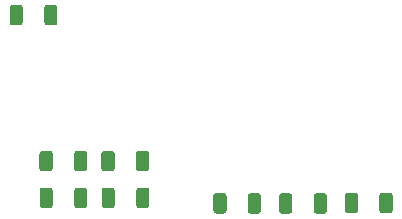
<source format=gbr>
%TF.GenerationSoftware,KiCad,Pcbnew,(5.1.9)-1*%
%TF.CreationDate,2021-06-09T13:11:05-04:00*%
%TF.ProjectId,encoder signal conditioner_rev7,656e636f-6465-4722-9073-69676e616c20,rev?*%
%TF.SameCoordinates,Original*%
%TF.FileFunction,Paste,Top*%
%TF.FilePolarity,Positive*%
%FSLAX46Y46*%
G04 Gerber Fmt 4.6, Leading zero omitted, Abs format (unit mm)*
G04 Created by KiCad (PCBNEW (5.1.9)-1) date 2021-06-09 13:11:05*
%MOMM*%
%LPD*%
G01*
G04 APERTURE LIST*
G04 APERTURE END LIST*
%TO.C,120*%
G36*
G01*
X124302820Y-104991062D02*
X124302820Y-103741058D01*
G75*
G02*
X124552818Y-103491060I249998J0D01*
G01*
X125177822Y-103491060D01*
G75*
G02*
X125427820Y-103741058I0J-249998D01*
G01*
X125427820Y-104991062D01*
G75*
G02*
X125177822Y-105241060I-249998J0D01*
G01*
X124552818Y-105241060D01*
G75*
G02*
X124302820Y-104991062I0J249998D01*
G01*
G37*
G36*
G01*
X121377820Y-104991062D02*
X121377820Y-103741058D01*
G75*
G02*
X121627818Y-103491060I249998J0D01*
G01*
X122252822Y-103491060D01*
G75*
G02*
X122502820Y-103741058I0J-249998D01*
G01*
X122502820Y-104991062D01*
G75*
G02*
X122252822Y-105241060I-249998J0D01*
G01*
X121627818Y-105241060D01*
G75*
G02*
X121377820Y-104991062I0J249998D01*
G01*
G37*
%TD*%
%TO.C,120*%
G36*
G01*
X129873310Y-104991062D02*
X129873310Y-103741058D01*
G75*
G02*
X130123308Y-103491060I249998J0D01*
G01*
X130748312Y-103491060D01*
G75*
G02*
X130998310Y-103741058I0J-249998D01*
G01*
X130998310Y-104991062D01*
G75*
G02*
X130748312Y-105241060I-249998J0D01*
G01*
X130123308Y-105241060D01*
G75*
G02*
X129873310Y-104991062I0J249998D01*
G01*
G37*
G36*
G01*
X126948310Y-104991062D02*
X126948310Y-103741058D01*
G75*
G02*
X127198308Y-103491060I249998J0D01*
G01*
X127823312Y-103491060D01*
G75*
G02*
X128073310Y-103741058I0J-249998D01*
G01*
X128073310Y-104991062D01*
G75*
G02*
X127823312Y-105241060I-249998J0D01*
G01*
X127198308Y-105241060D01*
G75*
G02*
X126948310Y-104991062I0J249998D01*
G01*
G37*
%TD*%
%TO.C,120*%
G36*
G01*
X135443800Y-104955502D02*
X135443800Y-103705498D01*
G75*
G02*
X135693798Y-103455500I249998J0D01*
G01*
X136318802Y-103455500D01*
G75*
G02*
X136568800Y-103705498I0J-249998D01*
G01*
X136568800Y-104955502D01*
G75*
G02*
X136318802Y-105205500I-249998J0D01*
G01*
X135693798Y-105205500D01*
G75*
G02*
X135443800Y-104955502I0J249998D01*
G01*
G37*
G36*
G01*
X132518800Y-104955502D02*
X132518800Y-103705498D01*
G75*
G02*
X132768798Y-103455500I249998J0D01*
G01*
X133393802Y-103455500D01*
G75*
G02*
X133643800Y-103705498I0J-249998D01*
G01*
X133643800Y-104955502D01*
G75*
G02*
X133393802Y-105205500I-249998J0D01*
G01*
X132768798Y-105205500D01*
G75*
G02*
X132518800Y-104955502I0J249998D01*
G01*
G37*
%TD*%
%TO.C,R7*%
G36*
G01*
X107794760Y-103278778D02*
X107794760Y-104528782D01*
G75*
G02*
X107544762Y-104778780I-249998J0D01*
G01*
X106919758Y-104778780D01*
G75*
G02*
X106669760Y-104528782I0J249998D01*
G01*
X106669760Y-103278778D01*
G75*
G02*
X106919758Y-103028780I249998J0D01*
G01*
X107544762Y-103028780D01*
G75*
G02*
X107794760Y-103278778I0J-249998D01*
G01*
G37*
G36*
G01*
X110719760Y-103278778D02*
X110719760Y-104528782D01*
G75*
G02*
X110469762Y-104778780I-249998J0D01*
G01*
X109844758Y-104778780D01*
G75*
G02*
X109594760Y-104528782I0J249998D01*
G01*
X109594760Y-103278778D01*
G75*
G02*
X109844758Y-103028780I249998J0D01*
G01*
X110469762Y-103028780D01*
G75*
G02*
X110719760Y-103278778I0J-249998D01*
G01*
G37*
%TD*%
%TO.C,R8*%
G36*
G01*
X107789140Y-100157118D02*
X107789140Y-101407122D01*
G75*
G02*
X107539142Y-101657120I-249998J0D01*
G01*
X106914138Y-101657120D01*
G75*
G02*
X106664140Y-101407122I0J249998D01*
G01*
X106664140Y-100157118D01*
G75*
G02*
X106914138Y-99907120I249998J0D01*
G01*
X107539142Y-99907120D01*
G75*
G02*
X107789140Y-100157118I0J-249998D01*
G01*
G37*
G36*
G01*
X110714140Y-100157118D02*
X110714140Y-101407122D01*
G75*
G02*
X110464142Y-101657120I-249998J0D01*
G01*
X109839138Y-101657120D01*
G75*
G02*
X109589140Y-101407122I0J249998D01*
G01*
X109589140Y-100157118D01*
G75*
G02*
X109839138Y-99907120I249998J0D01*
G01*
X110464142Y-99907120D01*
G75*
G02*
X110714140Y-100157118I0J-249998D01*
G01*
G37*
%TD*%
%TO.C,R9*%
G36*
G01*
X114831700Y-101407122D02*
X114831700Y-100157118D01*
G75*
G02*
X115081698Y-99907120I249998J0D01*
G01*
X115706702Y-99907120D01*
G75*
G02*
X115956700Y-100157118I0J-249998D01*
G01*
X115956700Y-101407122D01*
G75*
G02*
X115706702Y-101657120I-249998J0D01*
G01*
X115081698Y-101657120D01*
G75*
G02*
X114831700Y-101407122I0J249998D01*
G01*
G37*
G36*
G01*
X111906700Y-101407122D02*
X111906700Y-100157118D01*
G75*
G02*
X112156698Y-99907120I249998J0D01*
G01*
X112781702Y-99907120D01*
G75*
G02*
X113031700Y-100157118I0J-249998D01*
G01*
X113031700Y-101407122D01*
G75*
G02*
X112781702Y-101657120I-249998J0D01*
G01*
X112156698Y-101657120D01*
G75*
G02*
X111906700Y-101407122I0J249998D01*
G01*
G37*
%TD*%
%TO.C,R10*%
G36*
G01*
X114852020Y-104528782D02*
X114852020Y-103278778D01*
G75*
G02*
X115102018Y-103028780I249998J0D01*
G01*
X115727022Y-103028780D01*
G75*
G02*
X115977020Y-103278778I0J-249998D01*
G01*
X115977020Y-104528782D01*
G75*
G02*
X115727022Y-104778780I-249998J0D01*
G01*
X115102018Y-104778780D01*
G75*
G02*
X114852020Y-104528782I0J249998D01*
G01*
G37*
G36*
G01*
X111927020Y-104528782D02*
X111927020Y-103278778D01*
G75*
G02*
X112177018Y-103028780I249998J0D01*
G01*
X112802022Y-103028780D01*
G75*
G02*
X113052020Y-103278778I0J-249998D01*
G01*
X113052020Y-104528782D01*
G75*
G02*
X112802022Y-104778780I-249998J0D01*
G01*
X112177018Y-104778780D01*
G75*
G02*
X111927020Y-104528782I0J249998D01*
G01*
G37*
%TD*%
%TO.C,270*%
G36*
G01*
X107059300Y-89042402D02*
X107059300Y-87792398D01*
G75*
G02*
X107309298Y-87542400I249998J0D01*
G01*
X107934302Y-87542400D01*
G75*
G02*
X108184300Y-87792398I0J-249998D01*
G01*
X108184300Y-89042402D01*
G75*
G02*
X107934302Y-89292400I-249998J0D01*
G01*
X107309298Y-89292400D01*
G75*
G02*
X107059300Y-89042402I0J249998D01*
G01*
G37*
G36*
G01*
X104134300Y-89042402D02*
X104134300Y-87792398D01*
G75*
G02*
X104384298Y-87542400I249998J0D01*
G01*
X105009302Y-87542400D01*
G75*
G02*
X105259300Y-87792398I0J-249998D01*
G01*
X105259300Y-89042402D01*
G75*
G02*
X105009302Y-89292400I-249998J0D01*
G01*
X104384298Y-89292400D01*
G75*
G02*
X104134300Y-89042402I0J249998D01*
G01*
G37*
%TD*%
M02*

</source>
